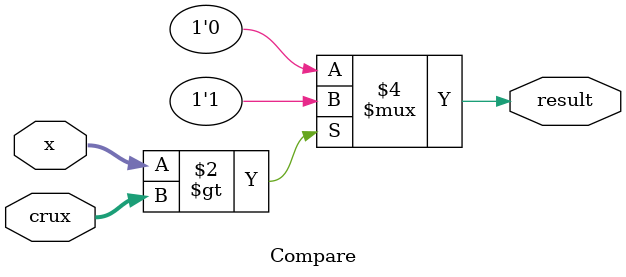
<source format=v>
module Compare (x, crux, result);

        input[2:0]  x;
        input[2:0] crux;

        output result;
        reg result;


        always @(x or crux)
        begin
          if (x>crux)
              result = 1;
          else 
              result = 0;
        end
endmodule
</source>
